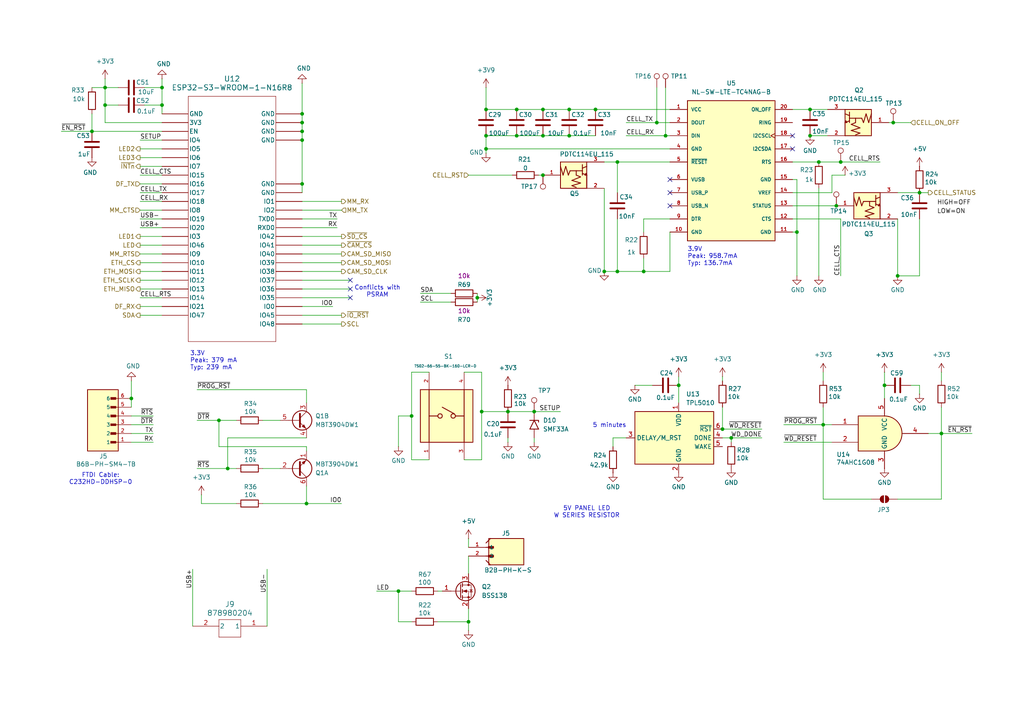
<source format=kicad_sch>
(kicad_sch (version 20250114) (generator "eeschema") (generator_version "9.0")
  (paper "A4")
  (text "3.3V\nPeak: 379 mA\nTyp: 239 mA" (at 55.118 104.648 0) (effects (font (size 1.27 1.27)) (justify left)))
  (text "3.9V\nPeak: 958.7mA \nTyp: 136.7mA" (at 199.39 74.422 0) (effects (font (size 1.27 1.27)) (justify left)))
  (text "5V PANEL LED\nW SERIES RESISTOR" (at 170.18 148.59 0) (effects (font (size 1.27 1.27))))
  (text " FTDI Cable:\n C232HD-DDHSP-0" (at 28.702 138.938 0) (effects (font (size 1.27 1.27))))
  (text "5 minutes" (at 176.784 123.444 0) (effects (font (size 1.27 1.27))))
  (text "Conflicts with\nPSRAM\n" (at 109.474 84.582 0) (effects (font (size 1.27 1.27))))
  (junction (at 30.48 30.48))
  (junction (at 186.69 78.74))
  (junction (at 138.43 86.36))
  (junction (at 179.07 78.74))
  (junction (at 38.1 115.57))
  (junction (at 88.9 146.05))
  (junction (at 139.7 119.38))
  (junction (at 260.35 80.01))
  (junction (at 273.05 125.73))
  (junction (at 193.04 39.37))
  (junction (at 190.5 35.56))
  (junction (at 157.48 39.37))
  (junction (at 87.63 40.64))
  (junction (at 115.57 171.45))
  (junction (at 209.55 124.46))
  (junction (at 140.97 39.37))
  (junction (at 231.14 67.31))
  (junction (at 30.48 25.4))
  (junction (at 243.84 46.99))
  (junction (at 149.86 31.75))
  (junction (at 87.63 33.02))
  (junction (at 266.7 55.88))
  (junction (at 259.08 35.56))
  (junction (at 196.85 111.76))
  (junction (at 175.26 78.74))
  (junction (at 119.38 120.65))
  (junction (at 234.95 39.37))
  (junction (at 26.67 38.1))
  (junction (at 46.99 30.48))
  (junction (at 147.32 119.38))
  (junction (at 165.1 39.37))
  (junction (at 242.57 59.69))
  (junction (at 165.1 31.75))
  (junction (at 234.95 31.75))
  (junction (at 87.63 35.56))
  (junction (at 46.99 25.4))
  (junction (at 212.09 127))
  (junction (at 140.97 31.75))
  (junction (at 238.76 123.19))
  (junction (at 66.04 135.89))
  (junction (at 135.89 180.34))
  (junction (at 157.48 31.75))
  (junction (at 140.97 43.18))
  (junction (at 154.94 119.38))
  (junction (at 157.48 50.8))
  (junction (at 87.63 38.1))
  (junction (at 237.49 46.99))
  (junction (at 179.07 46.99))
  (junction (at 63.5 121.92))
  (junction (at 172.72 31.75))
  (junction (at 87.63 53.34))
  (junction (at 256.54 111.76))
  (junction (at 149.86 39.37))
  (no_connect (at 194.31 52.07))
  (no_connect (at 194.31 55.88))
  (no_connect (at 229.87 39.37))
  (no_connect (at 101.6 83.82))
  (no_connect (at 229.87 43.18))
  (no_connect (at 101.6 86.36))
  (no_connect (at 101.6 81.28))
  (no_connect (at 194.31 59.69))
  (wire (pts (xy 238.76 123.19) (xy 238.76 144.78)))
  (wire (pts (xy 124.46 107.95) (xy 119.38 107.95)))
  (wire (pts (xy 194.31 67.31) (xy 194.31 78.74)))
  (wire (pts (xy 119.38 107.95) (xy 119.38 120.65)))
  (wire (pts (xy 147.32 119.38) (xy 154.94 119.38)))
  (wire (pts (xy 266.7 63.5) (xy 266.7 80.01)))
  (wire (pts (xy 88.9 129.54) (xy 88.9 130.81)))
  (wire (pts (xy 58.42 146.05) (xy 68.58 146.05)))
  (wire (pts (xy 87.63 40.64) (xy 87.63 53.34)))
  (wire (pts (xy 196.85 111.76) (xy 196.85 116.84)))
  (wire (pts (xy 40.64 43.18) (xy 46.99 43.18)))
  (wire (pts (xy 26.67 25.4) (xy 30.48 25.4)))
  (wire (pts (xy 40.64 88.9) (xy 46.99 88.9)))
  (wire (pts (xy 87.63 24.13) (xy 87.63 33.02)))
  (wire (pts (xy 121.92 85.09) (xy 130.81 85.09)))
  (wire (pts (xy 119.38 180.34) (xy 115.57 180.34)))
  (wire (pts (xy 38.1 120.65) (xy 44.45 120.65)))
  (wire (pts (xy 87.63 86.36) (xy 101.6 86.36)))
  (wire (pts (xy 115.57 171.45) (xy 119.38 171.45)))
  (wire (pts (xy 190.5 35.56) (xy 194.31 35.56)))
  (wire (pts (xy 209.55 109.22) (xy 209.55 110.49)))
  (wire (pts (xy 273.05 125.73) (xy 281.94 125.73)))
  (wire (pts (xy 140.97 31.75) (xy 149.86 31.75)))
  (wire (pts (xy 138.43 87.63) (xy 138.43 86.36)))
  (wire (pts (xy 234.95 39.37) (xy 240.03 39.37)))
  (wire (pts (xy 40.64 48.26) (xy 46.99 48.26)))
  (wire (pts (xy 186.69 74.93) (xy 186.69 78.74)))
  (wire (pts (xy 238.76 144.78) (xy 252.73 144.78)))
  (wire (pts (xy 241.3 50.8) (xy 241.3 55.88)))
  (wire (pts (xy 63.5 129.54) (xy 63.5 121.92)))
  (wire (pts (xy 40.64 60.96) (xy 46.99 60.96)))
  (wire (pts (xy 209.55 118.11) (xy 209.55 124.46)))
  (wire (pts (xy 243.84 80.01) (xy 243.84 63.5)))
  (wire (pts (xy 40.64 40.64) (xy 46.99 40.64)))
  (wire (pts (xy 243.84 63.5) (xy 229.87 63.5)))
  (wire (pts (xy 40.64 55.88) (xy 46.99 55.88)))
  (wire (pts (xy 227.33 128.27) (xy 241.3 128.27)))
  (wire (pts (xy 87.63 81.28) (xy 101.6 81.28)))
  (wire (pts (xy 186.69 63.5) (xy 194.31 63.5)))
  (wire (pts (xy 88.9 129.54) (xy 63.5 129.54)))
  (wire (pts (xy 186.69 67.31) (xy 186.69 63.5)))
  (wire (pts (xy 135.89 180.34) (xy 135.89 182.88)))
  (wire (pts (xy 273.05 107.95) (xy 273.05 110.49)))
  (wire (pts (xy 17.78 38.1) (xy 26.67 38.1)))
  (wire (pts (xy 134.62 133.35) (xy 139.7 133.35)))
  (wire (pts (xy 139.7 119.38) (xy 147.32 119.38)))
  (wire (pts (xy 256.54 111.76) (xy 256.54 115.57)))
  (wire (pts (xy 243.84 46.99) (xy 255.27 46.99)))
  (wire (pts (xy 77.47 165.1) (xy 77.47 181.61)))
  (wire (pts (xy 260.35 144.78) (xy 273.05 144.78)))
  (wire (pts (xy 38.1 128.27) (xy 44.45 128.27)))
  (wire (pts (xy 140.97 44.45) (xy 140.97 43.18)))
  (wire (pts (xy 87.63 53.34) (xy 87.63 55.88)))
  (wire (pts (xy 229.87 52.07) (xy 231.14 52.07)))
  (wire (pts (xy 157.48 31.75) (xy 165.1 31.75)))
  (wire (pts (xy 87.63 91.44) (xy 99.06 91.44)))
  (wire (pts (xy 190.5 25.4) (xy 190.5 35.56)))
  (wire (pts (xy 264.16 35.56) (xy 259.08 35.56)))
  (wire (pts (xy 99.06 73.66) (xy 87.63 73.66)))
  (wire (pts (xy 58.42 143.51) (xy 58.42 146.05)))
  (wire (pts (xy 157.48 39.37) (xy 165.1 39.37)))
  (wire (pts (xy 87.63 33.02) (xy 87.63 35.56)))
  (wire (pts (xy 273.05 144.78) (xy 273.05 125.73)))
  (wire (pts (xy 38.1 125.73) (xy 44.45 125.73)))
  (wire (pts (xy 87.63 68.58) (xy 99.06 68.58)))
  (wire (pts (xy 140.97 43.18) (xy 140.97 39.37)))
  (wire (pts (xy 76.2 135.89) (xy 81.28 135.89)))
  (wire (pts (xy 76.2 121.92) (xy 81.28 121.92)))
  (wire (pts (xy 97.79 66.04) (xy 87.63 66.04)))
  (wire (pts (xy 57.15 121.92) (xy 63.5 121.92)))
  (wire (pts (xy 245.11 50.8) (xy 241.3 50.8)))
  (wire (pts (xy 181.61 35.56) (xy 190.5 35.56)))
  (wire (pts (xy 115.57 180.34) (xy 115.57 171.45)))
  (wire (pts (xy 40.64 71.12) (xy 46.99 71.12)))
  (wire (pts (xy 38.1 115.57) (xy 38.1 118.11)))
  (wire (pts (xy 57.15 135.89) (xy 66.04 135.89)))
  (wire (pts (xy 40.64 86.36) (xy 46.99 86.36)))
  (wire (pts (xy 87.63 88.9) (xy 96.52 88.9)))
  (wire (pts (xy 30.48 22.86) (xy 30.48 25.4)))
  (wire (pts (xy 38.1 110.49) (xy 38.1 115.57)))
  (wire (pts (xy 179.07 63.5) (xy 179.07 78.74)))
  (wire (pts (xy 177.8 127) (xy 181.61 127)))
  (wire (pts (xy 212.09 127) (xy 220.98 127)))
  (wire (pts (xy 140.97 25.4) (xy 140.97 31.75)))
  (wire (pts (xy 181.61 39.37) (xy 193.04 39.37)))
  (wire (pts (xy 209.55 127) (xy 212.09 127)))
  (wire (pts (xy 196.85 109.22) (xy 196.85 111.76)))
  (wire (pts (xy 40.64 83.82) (xy 46.99 83.82)))
  (wire (pts (xy 88.9 146.05) (xy 99.06 146.05)))
  (wire (pts (xy 231.14 67.31) (xy 231.14 80.01)))
  (wire (pts (xy 260.35 63.5) (xy 260.35 80.01)))
  (wire (pts (xy 231.14 52.07) (xy 231.14 67.31)))
  (wire (pts (xy 40.64 45.72) (xy 46.99 45.72)))
  (wire (pts (xy 88.9 127) (xy 66.04 127)))
  (wire (pts (xy 259.08 35.56) (xy 257.81 35.56)))
  (wire (pts (xy 149.86 31.75) (xy 157.48 31.75)))
  (wire (pts (xy 149.86 39.37) (xy 157.48 39.37)))
  (wire (pts (xy 237.49 54.61) (xy 237.49 80.01)))
  (wire (pts (xy 194.31 78.74) (xy 186.69 78.74)))
  (wire (pts (xy 40.64 58.42) (xy 46.99 58.42)))
  (wire (pts (xy 156.21 50.8) (xy 157.48 50.8)))
  (wire (pts (xy 127 180.34) (xy 135.89 180.34)))
  (wire (pts (xy 212.09 128.27) (xy 212.09 127)))
  (wire (pts (xy 135.89 156.21) (xy 135.89 158.75)))
  (wire (pts (xy 55.88 165.1) (xy 55.88 181.61)))
  (wire (pts (xy 193.04 25.4) (xy 193.04 39.37)))
  (wire (pts (xy 87.63 58.42) (xy 99.06 58.42)))
  (wire (pts (xy 30.48 30.48) (xy 30.48 35.56)))
  (wire (pts (xy 229.87 46.99) (xy 237.49 46.99)))
  (wire (pts (xy 88.9 116.84) (xy 88.9 113.03)))
  (wire (pts (xy 175.26 46.99) (xy 179.07 46.99)))
  (wire (pts (xy 273.05 125.73) (xy 269.24 125.73)))
  (wire (pts (xy 193.04 39.37) (xy 194.31 39.37)))
  (wire (pts (xy 38.1 123.19) (xy 44.45 123.19)))
  (wire (pts (xy 121.92 87.63) (xy 130.81 87.63)))
  (wire (pts (xy 139.7 107.95) (xy 139.7 119.38)))
  (wire (pts (xy 238.76 118.11) (xy 238.76 123.19)))
  (wire (pts (xy 40.64 66.04) (xy 46.99 66.04)))
  (wire (pts (xy 172.72 31.75) (xy 194.31 31.75)))
  (wire (pts (xy 46.99 25.4) (xy 46.99 30.48)))
  (wire (pts (xy 115.57 120.65) (xy 115.57 129.54)))
  (wire (pts (xy 177.8 129.54) (xy 177.8 127)))
  (wire (pts (xy 30.48 25.4) (xy 34.29 25.4)))
  (wire (pts (xy 87.63 38.1) (xy 87.63 40.64)))
  (wire (pts (xy 119.38 133.35) (xy 124.46 133.35)))
  (wire (pts (xy 154.94 128.27) (xy 154.94 127)))
  (wire (pts (xy 266.7 55.88) (xy 269.24 55.88)))
  (wire (pts (xy 234.95 31.75) (xy 240.03 31.75)))
  (wire (pts (xy 87.63 83.82) (xy 101.6 83.82)))
  (wire (pts (xy 184.15 111.76) (xy 189.23 111.76)))
  (wire (pts (xy 179.07 78.74) (xy 175.26 78.74)))
  (wire (pts (xy 57.15 113.03) (xy 88.9 113.03)))
  (wire (pts (xy 99.06 93.98) (xy 87.63 93.98)))
  (wire (pts (xy 266.7 111.76) (xy 264.16 111.76)))
  (wire (pts (xy 238.76 123.19) (xy 241.3 123.19)))
  (wire (pts (xy 119.38 133.35) (xy 119.38 120.65)))
  (wire (pts (xy 227.33 123.19) (xy 238.76 123.19)))
  (wire (pts (xy 238.76 107.95) (xy 238.76 110.49)))
  (wire (pts (xy 63.5 121.92) (xy 68.58 121.92)))
  (wire (pts (xy 186.69 78.74) (xy 179.07 78.74)))
  (wire (pts (xy 266.7 80.01) (xy 260.35 80.01)))
  (wire (pts (xy 46.99 30.48) (xy 46.99 33.02)))
  (wire (pts (xy 30.48 30.48) (xy 34.29 30.48)))
  (wire (pts (xy 147.32 128.27) (xy 147.32 127)))
  (wire (pts (xy 179.07 55.88) (xy 179.07 46.99)))
  (wire (pts (xy 229.87 31.75) (xy 234.95 31.75)))
  (wire (pts (xy 138.43 86.36) (xy 138.43 85.09)))
  (wire (pts (xy 165.1 39.37) (xy 172.72 39.37)))
  (wire (pts (xy 134.62 107.95) (xy 139.7 107.95)))
  (wire (pts (xy 260.35 55.88) (xy 266.7 55.88)))
  (wire (pts (xy 140.97 39.37) (xy 149.86 39.37)))
  (wire (pts (xy 231.14 67.31) (xy 229.87 67.31)))
  (wire (pts (xy 165.1 31.75) (xy 172.72 31.75)))
  (wire (pts (xy 241.3 55.88) (xy 229.87 55.88)))
  (wire (pts (xy 40.64 68.58) (xy 46.99 68.58)))
  (wire (pts (xy 175.26 54.61) (xy 175.26 78.74)))
  (wire (pts (xy 237.49 46.99) (xy 243.84 46.99)))
  (wire (pts (xy 46.99 22.86) (xy 46.99 25.4)))
  (wire (pts (xy 127 171.45) (xy 128.27 171.45)))
  (wire (pts (xy 119.38 120.65) (xy 115.57 120.65)))
  (wire (pts (xy 154.94 119.38) (xy 162.56 119.38)))
  (wire (pts (xy 266.7 114.3) (xy 266.7 111.76)))
  (wire (pts (xy 87.63 76.2) (xy 99.06 76.2)))
  (wire (pts (xy 41.91 25.4) (xy 46.99 25.4)))
  (wire (pts (xy 46.99 38.1) (xy 26.67 38.1)))
  (wire (pts (xy 99.06 60.96) (xy 87.63 60.96)))
  (wire (pts (xy 30.48 25.4) (xy 30.48 30.48)))
  (wire (pts (xy 135.89 50.8) (xy 148.59 50.8)))
  (wire (pts (xy 40.64 53.34) (xy 46.99 53.34)))
  (wire (pts (xy 135.89 161.29) (xy 135.89 166.37)))
  (wire (pts (xy 139.7 133.35) (xy 139.7 119.38)))
  (wire (pts (xy 41.91 30.48) (xy 46.99 30.48)))
  (wire (pts (xy 179.07 46.99) (xy 194.31 46.99)))
  (wire (pts (xy 40.64 91.44) (xy 46.99 91.44)))
  (wire (pts (xy 209.55 124.46) (xy 220.98 124.46)))
  (wire (pts (xy 256.54 107.95) (xy 256.54 111.76)))
  (wire (pts (xy 40.64 73.66) (xy 46.99 73.66)))
  (wire (pts (xy 229.87 59.69) (xy 242.57 59.69)))
  (wire (pts (xy 68.58 135.89) (xy 66.04 135.89)))
  (wire (pts (xy 97.79 63.5) (xy 87.63 63.5)))
  (wire (pts (xy 135.89 176.53) (xy 135.89 180.34)))
  (wire (pts (xy 87.63 35.56) (xy 87.63 38.1)))
  (wire (pts (xy 140.97 43.18) (xy 194.31 43.18)))
  (wire (pts (xy 40.64 81.28) (xy 46.99 81.28)))
  (wire (pts (xy 273.05 118.11) (xy 273.05 125.73)))
  (wire (pts (xy 109.22 171.45) (xy 115.57 171.45)))
  (wire (pts (xy 66.04 127) (xy 66.04 135.89)))
  (wire (pts (xy 40.64 76.2) (xy 46.99 76.2)))
  (wire (pts (xy 26.67 33.02) (xy 26.67 38.1)))
  (wire (pts (xy 40.64 50.8) (xy 46.99 50.8)))
  (wire (pts (xy 40.64 78.74) (xy 46.99 78.74)))
  (wire (pts (xy 76.2 146.05) (xy 88.9 146.05)))
  (wire (pts (xy 88.9 146.05) (xy 88.9 140.97)))
  (wire (pts (xy 87.63 78.74) (xy 99.06 78.74)))
  (wire (pts (xy 30.48 35.56) (xy 46.99 35.56)))
  (wire (pts (xy 99.06 71.12) (xy 87.63 71.12)))
  (wire (pts (xy 40.64 63.5) (xy 46.99 63.5)))
  (label "WD_DONE" (at 220.98 127 180))
  (label "IO0" (at 99.06 146.05 180))
  (label "~{DTR}" (at 57.15 121.92 0))
  (label "USB-" (at 40.64 63.5 0))
  (label "SETUP" (at 40.64 40.64 0))
  (label "CELL_RX" (at 181.61 39.37 0))
  (label "~{WD_RESET}" (at 220.98 124.46 180))
  (label "TX" (at 44.45 125.73 180))
  (label "SETUP" (at 162.56 119.38 180))
  (label "IO0" (at 96.52 88.9 180))
  (label "SCL" (at 121.92 87.63 0))
  (label "CELL_CTS" (at 243.84 80.01 90))
  (label "CELL_TX" (at 181.61 35.56 0))
  (label "CELL_RX" (at 40.64 58.42 0))
  (label "~{EN_RST}" (at 17.78 38.1 0))
  (label "CELL_CTS" (at 40.64 50.8 0))
  (label "USB-" (at 77.47 166.37 270))
  (label "USB+" (at 40.64 66.04 0))
  (label "LOW=ON" (at 271.78 62.23 0))
  (label "~{WD_RESET}" (at 227.33 128.27 0))
  (label "~{DTR}" (at 44.45 123.19 180))
  (label "~{PROG_RST}" (at 57.15 113.03 0))
  (label "~{RTS}" (at 44.45 120.65 180))
  (label "USB+" (at 55.88 165.1 270))
  (label "~{PROG_RST}" (at 227.33 123.19 0))
  (label "CELL_RTS" (at 255.27 46.99 180))
  (label "RX" (at 97.79 66.04 180))
  (label "SDA" (at 121.92 85.09 0))
  (label "HIGH=OFF" (at 271.78 59.69 0))
  (label "~{EN_RST}" (at 281.94 125.73 180))
  (label "~{RTS}" (at 57.15 135.89 0))
  (label "LED" (at 109.22 171.45 0))
  (label "CELL_TX" (at 40.64 55.88 0))
  (label "TX" (at 97.79 63.5 180))
  (label "CELL_RTS" (at 40.64 86.36 0))
  (label "RX" (at 44.45 128.27 180))
  (hierarchical_label "MM_RTS" (shape input) (at 40.64 73.66 180))
  (hierarchical_label "DF_RX" (shape output) (at 40.64 88.9 180))
  (hierarchical_label "CELL_RST" (shape input) (at 135.89 50.8 180))
  (hierarchical_label "ETH_CS" (shape output) (at 40.64 76.2 180))
  (hierarchical_label "~{INTn}" (shape output) (at 40.64 48.26 180))
  (hierarchical_label "DF_TX" (shape input) (at 40.64 53.34 180))
  (hierarchical_label "LED" (shape output) (at 40.64 71.12 180))
  (hierarchical_label "CAM_SD_MOSI" (shape output) (at 99.06 76.2 0))
  (hierarchical_label "~{SD_CS}" (shape output) (at 99.06 68.58 0))
  (hierarchical_label "MM_CTS" (shape input) (at 40.64 60.96 180))
  (hierarchical_label "~{IO_RST}" (shape output) (at 99.06 91.44 0))
  (hierarchical_label "SCL" (shape output) (at 99.06 93.98 0))
  (hierarchical_label "~{CAM_CS}" (shape output) (at 99.06 71.12 0))
  (hierarchical_label "LED2" (shape output) (at 40.64 43.18 180))
  (hierarchical_label "MM_RX" (shape output) (at 99.06 58.42 0))
  (hierarchical_label "SDA" (shape output) (at 40.64 91.44 180))
  (hierarchical_label "MM_TX" (shape input) (at 99.06 60.96 0))
  (hierarchical_label "LED3" (shape output) (at 40.64 45.72 180))
  (hierarchical_label "ETH_MOSI" (shape output) (at 40.64 78.74 180))
  (hierarchical_label "LED1" (shape output) (at 40.64 68.58 180))
  (hierarchical_label "ETH_SCLK" (shape output) (at 40.64 81.28 180))
  (hierarchical_label "CAM_SD_CLK" (shape output) (at 99.06 78.74 0))
  (hierarchical_label "CAM_SD_MISO" (shape output) (at 99.06 73.66 0))
  (hierarchical_label "CELL_ON_OFF" (shape input) (at 264.16 35.56 0))
  (hierarchical_label "CELL_STATUS" (shape output) (at 269.24 55.88 0))
  (hierarchical_label "ETH_MISO" (shape output) (at 40.64 83.82 180))
  (symbol (lib_id "power:+3V3") (at 196.85 109.22 0) (unit 1)
    (property "Reference" "#PWR044" (effects (hide yes)))
    (property "Value" "+3V3" (at 196.85 104.14 0))
    (property "Description" "Power symbol creates a global label with name \"+3V3\"" (effects (hide yes)))
  )
  (symbol (lib_id "Device:R") (at 209.55 114.3 0) (unit 1)
    (property "Reference" "R27" (at 213.106 112.776 0))
    (property "Value" "10k" (at 212.852 115.062 0))
    (property "Footprint" "Resistor_SMD:R_0603_1608Metric" (effects (hide yes)))
    (property "Description" "Resistor" (effects (hide yes)))
  )
  (symbol (lib_id "Device:C") (at 26.67 41.91 180) (unit 1)
    (property "Reference" "C57" (at 24.13 39.37 0))
    (property "Value" "1uF" (at 24.384 44.704 0))
    (property "Footprint" "Capacitor_SMD:C_0603_1608Metric" (effects (hide yes)))
    (property "Description" "Unpolarized capacitor" (effects (hide yes)))
    (instances (project "HydroficientPcbV1" (path "" (reference "C53") (unit 1))) (project "HydroficientPcbV1" (path "" (reference "C57") (unit 1))))
  )
  (symbol (lib_id "Connector:TestPoint") (at 154.94 119.38 0) (unit 1)
    (property "Reference" "TP7" (at 159.766 113.284 0) (effects (justify right)))
    (property "Value" "TestPoint" (effects (hide yes)))
    (property "Footprint" "TestPoint:TestPoint_Pad_D2.0mm" (effects (hide yes)))
    (property "Description" "test point" (effects (hide yes)))
  )
  (symbol (lib_id "power:GND") (at 140.97 44.45 0) (unit 1)
    (property "Reference" "#PWR0101" (effects (hide yes)))
    (property "Value" "GND" (at 138.176 44.196 0))
    (property "Description" "Power symbol creates a global label with name \"GND\" , ground" (effects (hide yes)))
    (instances (project "HydroficientPcbV1" (path "" (reference "#PWR0135") (unit 1))) (project "HydroficientPcbV1" (path "" (reference "#PWR0101") (unit 1))))
  )
  (symbol (lib_id "power:GND") (at 38.1 110.49 180) (unit 1)
    (property "Reference" "#PWR092" (effects (hide yes)))
    (property "Value" "GND" (at 38.608 106.172 0))
    (property "Description" "Power symbol creates a global label with name \"GND\" , ground" (effects (hide yes)))
    (instances (project "HydroficientPcbV1" (path "" (reference "#PWR099") (unit 1))) (project "HydroficientPcbV1" (path "" (reference "#PWR092") (unit 1))))
  )
  (symbol (lib_id "power:+3V3") (at 256.54 107.95 0) (unit 1)
    (property "Reference" "#PWR0117" (effects (hide yes)))
    (property "Value" "+3V3" (at 256.54 102.87 0))
    (property "Description" "Power symbol creates a global label with name \"+3V3\"" (effects (hide yes)))
    (instances (project "HydroficientPcbV1" (path "" (reference "#PWR0120") (unit 1))) (project "HydroficientPcbV1" (path "" (reference "#PWR0117") (unit 1))))
  )
  (symbol (lib_id "Device:C") (at 157.48 35.56 0) (unit 1)
    (property "Reference" "C65" (at 160.02 33.274 0))
    (property "Value" "10uF" (at 161.29 38.608 0))
    (property "Footprint" "Capacitor_SMD:C_0805_2012Metric" (effects (hide yes)))
    (property "Description" "Unpolarized capacitor" (effects (hide yes)))
    (instances (project "HydroficientPcbV1" (path "" (reference "C31") (unit 1))) (project "HydroficientPcbV1" (path "" (reference "C65") (unit 1))))
  )
  (symbol (lib_id "power:GND") (at 212.09 135.89 0) (unit 1)
    (property "Reference" "#PWR0111" (effects (hide yes)))
    (property "Value" "GND" (at 212.09 139.954 0))
    (property "Description" "Power symbol creates a global label with name \"GND\" , ground" (effects (hide yes)))
  )
  (symbol (lib_id "TS02-66-55-BK-160-LCR-D:TS02-66-55-BK-160-LCR-D") (at 129.54 120.65 90) (unit 1)
    (property "Reference" "S1" (at 128.778 103.378 90) (effects (justify right)))
    (property "Value" "TS02-66-55-BK-160-LCR-D" (at 120.142 106.172 90) (effects (font (size 0.762 0.762)) (justify right)))
    (property "Footprint" "TS02-66-55-BK-160-LCR-D:SW_TS02-66-55-BK-160-LCR-D" (effects (hide yes)))
    (property "PARTREV" "1.0" (effects (hide yes)))
    (property "MANUFACTURER" "CUI Devices" (effects (hide yes)))
    (property "STANDARD" "Manufacturer Recommendations" (effects (hide yes)))
  )
  (symbol (lib_id "Device:R") (at 147.32 115.57 0) (unit 1)
    (property "Reference" "R23" (at 150.876 115.062 0))
    (property "Value" "10k" (at 150.876 117.094 0))
    (property "Footprint" "Resistor_SMD:R_0603_1608Metric" (effects (hide yes)))
    (property "Description" "Resistor" (effects (hide yes)))
  )
  (symbol (lib_id "Device:R") (at 238.76 114.3 0) (unit 1)
    (property "Reference" "R78" (at 242.316 112.776 0))
    (property "Value" "10k" (at 242.062 115.062 0))
    (property "Footprint" "Resistor_SMD:R_0603_1608Metric" (effects (hide yes)))
    (property "Description" "Resistor" (effects (hide yes)))
    (instances (project "HydroficientPcbV1" (path "" (reference "R53") (unit 1))) (project "HydroficientPcbV1" (path "" (reference "R78") (unit 1))))
  )
  (symbol (lib_id "power:GND") (at 260.35 80.01 0) (unit 1)
    (property "Reference" "#PWR0119" (effects (hide yes)))
    (property "Value" "GND" (at 260.35 84.074 0))
    (property "Description" "Power symbol creates a global label with name \"GND\" , ground" (effects (hide yes)))
    (instances (project "HydroficientPcbV1" (path "" (reference "#PWR058") (unit 1))) (project "HydroficientPcbV1" (path "" (reference "#PWR0119") (unit 1))))
  )
  (symbol (lib_id "B6B-PH-SM4-TB:B6B-PH-SM4-TB") (at 30.48 123.19 180) (unit 1)
    (property "Reference" "J3" (at 29.972 132.334 0))
    (property "Value" "B6B-PH-SM4-TB" (at 30.734 134.62 0))
    (property "Footprint" "B6B-PH-SM4-TB:JST_B6B-PH-SM4-TB" (effects (hide yes)))
    (property "PARTREV" "N/A" (effects (hide yes)))
    (property "MANUFACTURER" "JST" (effects (hide yes)))
    (property "MAXIMUM_PACKAGE_HEIGHT" "6.6mm" (effects (hide yes)))
    (property "STANDARD" "Manufacturer Recommendations" (effects (hide yes)))
    (instances (project "" (path "" (reference "J5") (unit 1))) (project "" (path "" (reference "J3") (unit 1))))
  )
  (symbol (lib_id "power:+3V3") (at 58.42 143.51 0) (unit 1)
    (property "Reference" "#PWR094" (effects (hide yes)))
    (property "Value" "+3V3" (at 58.42 138.43 0))
    (property "Description" "Power symbol creates a global label with name \"+3V3\"" (effects (hide yes)))
    (instances (project "HydroficientPcbV1" (path "" (reference "#PWR084") (unit 1))) (project "HydroficientPcbV1" (path "" (reference "#PWR094") (unit 1))))
  )
  (symbol (lib_id "power:GND") (at 175.26 78.74 0) (unit 1)
    (property "Reference" "#PWR0105" (effects (hide yes)))
    (property "Value" "GND" (at 172.466 78.486 0))
    (property "Description" "Power symbol creates a global label with name \"GND\" , ground" (effects (hide yes)))
    (instances (project "HydroficientPcbV1" (path "" (reference "#PWR055") (unit 1))) (project "HydroficientPcbV1" (path "" (reference "#PWR0105") (unit 1))))
  )
  (symbol (lib_id "Device:R") (at 273.05 114.3 0) (unit 1)
    (property "Reference" "R80" (at 276.606 112.776 0))
    (property "Value" "10k" (at 276.352 115.062 0))
    (property "Footprint" "Resistor_SMD:R_0603_1608Metric" (effects (hide yes)))
    (property "Description" "Resistor" (effects (hide yes)))
    (instances (project "HydroficientPcbV1" (path "" (reference "R52") (unit 1))) (project "HydroficientPcbV1" (path "" (reference "R80") (unit 1))))
  )
  (symbol (lib_id "Device:R") (at 152.4 50.8 270) (unit 1)
    (property "Reference" "R72" (at 152.146 46.228 90))
    (property "Value" "0" (at 152.4 48.768 90))
    (property "Footprint" "Resistor_SMD:R_0603_1608Metric" (effects (hide yes)))
    (property "Description" "Resistor" (effects (hide yes)))
    (instances (project "HydroficientPcbV1" (path "" (reference "R21") (unit 1))) (project "HydroficientPcbV1" (path "" (reference "R72") (unit 1))))
  )
  (symbol (lib_id "Device:C") (at 140.97 35.56 0) (unit 1)
    (property "Reference" "C62" (at 143.51 33.274 0))
    (property "Value" "100uF" (at 144.78 38.608 0))
    (property "Footprint" "T495X107M025ATE150:CAPMP7.6X4.3_4.3N_KEM" (effects (hide yes)))
    (property "Description" "Unpolarized capacitor" (effects (hide yes)))
    (instances (project "HydroficientPcbV1" (path "" (reference "C29") (unit 1))) (project "HydroficientPcbV1" (path "" (reference "C62") (unit 1))))
  )
  (symbol (lib_id "Device:R") (at 123.19 180.34 90) (unit 1)
    (property "Reference" "R22" (at 123.19 175.514 90))
    (property "Value" "10k" (at 123.19 177.8 90))
    (property "Footprint" "Resistor_SMD:R_0603_1608Metric" (effects (hide yes)))
    (property "Description" "Resistor" (effects (hide yes)))
  )
  (symbol (lib_id "Device:C") (at 38.1 30.48 90) (unit 1)
    (property "Reference" "C61" (at 41.402 29.21 90))
    (property "Value" "0.1uF" (at 42.418 32.258 90))
    (property "Footprint" "Capacitor_SMD:C_0603_1608Metric" (effects (hide yes)))
    (property "Description" "Unpolarized capacitor" (effects (hide yes)))
    (instances (project "HydroficientPcbV1" (path "" (reference "C52") (unit 1))) (project "HydroficientPcbV1" (path "" (reference "C61") (unit 1))))
  )
  (symbol (lib_id "Device:R") (at 72.39 135.89 90) (unit 1)
    (property "Reference" "R63" (at 72.644 131.064 90))
    (property "Value" "10k" (at 72.644 133.35 90))
    (property "Footprint" "Resistor_SMD:R_0603_1608Metric" (effects (hide yes)))
    (property "Description" "Resistor" (effects (hide yes)))
    (instances (project "HydroficientPcbV1" (path "" (reference "R35") (unit 1))) (project "HydroficientPcbV1" (path "" (reference "R63") (unit 1))))
  )
  (symbol (lib_id "Device:R") (at 186.69 71.12 0) (unit 1)
    (property "Reference" "R74" (at 183.134 69.596 0))
    (property "Value" "1k" (at 183.134 73.152 0))
    (property "Footprint" "Resistor_SMD:R_0603_1608Metric" (effects (hide yes)))
    (property "Description" "Resistor" (effects (hide yes)))
    (instances (project "HydroficientPcbV1" (path "" (reference "R22") (unit 1))) (project "HydroficientPcbV1" (path "" (reference "R74") (unit 1))))
  )
  (symbol (lib_id "Jumper:SolderJumper_2_Open") (at 256.54 144.78 0) (unit 1) (in_bom no)
    (property "Reference" "JP1" (at 256.286 147.828 0))
    (property "Value" "SolderJumper_2_Open" (effects (hide yes)))
    (property "Footprint" "Jumper:SolderJumper-2_P1.3mm_Open_Pad1.0x1.5mm" (effects (hide yes)))
    (property "Description" "Solder Jumper, 2-pole, open" (effects (hide yes)))
    (instances (project "" (path "" (reference "JP3") (unit 1))) (project "" (path "" (reference "JP1") (unit 1))))
  )
  (symbol (lib_id "Nimblelink:NL-SW-LTE-QBG96") (at 212.09 49.53 0) (unit 1)
    (property "Reference" "U14" (at 212.09 24.13 0))
    (property "Value" "NL-SW-LTE-TC4NAG-B" (at 212.09 26.67 0))
    (property "Footprint" "Nimblelink:MODULE_NL-SW-LTE-QBG96" (effects (hide yes)))
    (property "MF" "NimbeLink, LLC" (effects (hide yes)))
    (property "MAXIMUM_PACKAGE_HEIGHT" "6.858 mm" (effects (hide yes)))
    (property "Package" "DIP-20 NimbeLink, LLC" (effects (hide yes)))
    (property "Price" "None" (effects (hide yes)))
    (property "Check_prices" "https://www.snapeda.com/parts/NL-SW-LTE-QBG96/NimbeLink/view-part/?ref=eda" (effects (hide yes)))
    (property "STANDARD" "Manufacturer Recommendations" (effects (hide yes)))
    (property "PARTREV" "16" (effects (hide yes)))
    (property "SnapEDA_Link" "https://www.snapeda.com/parts/NL-SW-LTE-QBG96/NimbeLink/view-part/?ref=snap" (effects (hide yes)))
    (property "MP" "NL-SW-LTE-QBG96" (effects (hide yes)))
    (property "Description_1" "Cellular, Navigation 4G LTE CAT M1/NB-IoT (Global), 2G Fallback Transceiver Module 700MHz, 850MHz, 900MHz, 1.7GHz, 1.8GHz, 1.9GHz, 2.1GHz Antenna Not Included, U.FL Through Hole" (effects (hide yes)))
    (property "Availability" "Not in stock" (effects (hide yes)))
    (property "MANUFACTURER" "NimbeLink Corp" (effects (hide yes)))
    (instances (project "HydroficientPcbV1" (path "" (reference "U5") (unit 1))) (project "HydroficientPcbV1" (path "" (reference "U14") (unit 1))))
  )
  (symbol (lib_id "PDTC114EU_115:PDTC114EU_115") (at 252.73 60.96 0) (unit 1)
    (property "Reference" "Q5" (at 251.968 67.818 0))
    (property "Value" "PDTC114EU_115" (at 251.968 65.024 0))
    (property "Footprint" "PDTC114EU_115:SOT65P210X110-3N" (effects (hide yes)))
    (property "PARTREV" "12" (effects (hide yes)))
    (property "STANDARD" "IPC-7351B" (effects (hide yes)))
    (property "MANUFACTURER" "NEXPERIA" (effects (hide yes)))
    (instances (project "HydroficientPcbV1" (path "" (reference "Q3") (unit 1))) (project "HydroficientPcbV1" (path "" (reference "Q5") (unit 1))))
  )
  (symbol (lib_id "Device:C") (at 260.35 111.76 90) (unit 1)
    (property "Reference" "C71" (at 260.096 108.204 90))
    (property "Value" "0.1uF" (at 260.604 115.824 90))
    (property "Footprint" "Capacitor_SMD:C_0603_1608Metric" (effects (hide yes)))
    (property "Description" "Unpolarized capacitor" (effects (hide yes)))
    (instances (project "HydroficientPcbV1" (path "" (reference "C59") (unit 1))) (project "HydroficientPcbV1" (path "" (reference "C71") (unit 1))))
  )
  (symbol (lib_id "power:GND") (at 196.85 137.16 0) (unit 1)
    (property "Reference" "#PWR045" (effects (hide yes)))
    (property "Value" "GND" (at 196.85 141.224 0))
    (property "Description" "Power symbol creates a global label with name \"GND\" , ground" (effects (hide yes)))
  )
  (symbol (lib_id "B2B-PH-K-S:B2B-PH-K-S") (at 146.05 161.29 0) (unit 1)
    (property "Reference" "J5" (at 145.542 154.686 0) (effects (justify left)))
    (property "Value" "B2B-PH-K-S" (at 140.462 165.354 0) (effects (justify left)))
    (property "Footprint" "B2B-PH-K-S:JST_B2B-PH-K-S" (effects (hide yes)))
    (property "MANUFACTURER" "JST" (effects (hide yes)))
  )
  (symbol (lib_id "power:GND") (at 115.57 129.54 0) (unit 1)
    (property "Reference" "#PWR034" (effects (hide yes)))
    (property "Value" "GND" (at 115.57 133.604 0))
    (property "Description" "Power symbol creates a global label with name \"GND\" , ground" (effects (hide yes)))
  )
  (symbol (lib_id "power:GND") (at 237.49 80.01 0) (unit 1)
    (property "Reference" "#PWR0114" (effects (hide yes)))
    (property "Value" "GND" (at 237.744 84.074 0))
    (property "Description" "Power symbol creates a global label with name \"GND\" , ground" (effects (hide yes)))
    (instances (project "HydroficientPcbV1" (path "" (reference "#PWR060") (unit 1))) (project "HydroficientPcbV1" (path "" (reference "#PWR0114") (unit 1))))
  )
  (symbol (lib_id "Connector:TestPoint") (at 157.48 50.8 180) (unit 1)
    (property "Reference" "TP8" (at 155.956 54.102 0) (effects (justify left)))
    (property "Value" "TestPoint" (effects (hide yes)))
    (property "Footprint" "TestPoint:TestPoint_Pad_D2.0mm" (effects (hide yes)))
    (property "Description" "test point" (effects (hide yes)))
    (instances (project "HydroficientPcbV1" (path "" (reference "TP17") (unit 1))) (project "HydroficientPcbV1" (path "" (reference "TP8") (unit 1))))
  )
  (symbol (lib_id "Timer:TPL5010") (at 196.85 127 0) (unit 1)
    (property "Reference" "U13" (at 198.9933 114.3 0) (effects (justify left)))
    (property "Value" "TPL5010" (at 198.9933 116.84 0) (effects (justify left)))
    (property "Footprint" "Package_TO_SOT_SMD:SOT-23-6" (effects (hide yes)))
    (property "Datasheet" "http://www.ti.com/lit/ds/symlink/tpl5010.pdf" (effects (hide yes)))
    (property "Description" "Timer, Nano Power, Watchdog, 35 nA, 100 ms to 7200 s, VDD 1.8V to 5.5V, Iout max 1mA" (effects (hide yes)))
  )
  (symbol (lib_id "Connector:TestPoint") (at 243.84 46.99 0) (unit 1)
    (property "Reference" "TP12" (at 241.554 41.402 0) (effects (justify left)))
    (property "Value" "TestPoint" (effects (hide yes)))
    (property "Footprint" "TestPoint:TestPoint_Pad_D2.0mm" (effects (hide yes)))
    (property "Description" "test point" (effects (hide yes)))
    (instances (project "HydroficientPcbV1" (path "" (reference "TP15") (unit 1))) (project "HydroficientPcbV1" (path "" (reference "TP12") (unit 1))))
  )
  (symbol (lib_id "power:GND") (at 154.94 128.27 0) (unit 1)
    (property "Reference" "#PWR040" (effects (hide yes)))
    (property "Value" "GND" (at 154.94 132.334 0))
    (property "Description" "Power symbol creates a global label with name \"GND\" , ground" (effects (hide yes)))
  )
  (symbol (lib_id "power:GND") (at 46.99 22.86 180) (unit 1)
    (property "Reference" "#PWR093" (effects (hide yes)))
    (property "Value" "GND" (at 47.498 18.542 0))
    (property "Description" "Power symbol creates a global label with name \"GND\" , ground" (effects (hide yes)))
    (instances (project "HydroficientPcbV1" (path "" (reference "#PWR070") (unit 1))) (project "HydroficientPcbV1" (path "" (reference "#PWR093") (unit 1))))
  )
  (symbol (lib_id "power:+3V3") (at 273.05 107.95 0) (unit 1)
    (property "Reference" "#PWR0122" (effects (hide yes)))
    (property "Value" "+3V3" (at 273.05 102.87 0))
    (property "Description" "Power symbol creates a global label with name \"+3V3\"" (effects (hide yes)))
    (instances (project "" (path "" (reference "#PWR0121") (unit 1))) (project "" (path "" (reference "#PWR0122") (unit 1))))
  )
  (symbol (lib_id "Device:R") (at 26.67 29.21 0) (unit 1)
    (property "Reference" "R59" (at 22.606 26.162 0))
    (property "Value" "10k" (at 22.86 28.702 0))
    (property "Footprint" "Resistor_SMD:R_0603_1608Metric" (effects (hide yes)))
    (property "Description" "Resistor" (effects (hide yes)))
    (instances (project "HydroficientPcbV1" (path "" (reference "R33") (unit 1))) (project "HydroficientPcbV1" (path "" (reference "R59") (unit 1))))
  )
  (symbol (lib_id "power:GND") (at 234.95 39.37 0) (unit 1)
    (property "Reference" "#PWR0113" (effects (hide yes)))
    (property "Value" "GND" (at 234.95 43.688 0))
    (property "Description" "Power symbol creates a global label with name \"GND\" , ground" (effects (hide yes)))
    (instances (project "HydroficientPcbV1" (path "" (reference "#PWR056") (unit 1))) (project "HydroficientPcbV1" (path "" (reference "#PWR0113") (unit 1))))
  )
  (symbol (lib_id "Device:C") (at 193.04 111.76 90) (unit 1)
    (property "Reference" "C24" (at 193.294 108.204 90))
    (property "Value" "0.1uF" (at 193.04 115.316 90))
    (property "Footprint" "Capacitor_SMD:C_0603_1608Metric" (effects (hide yes)))
    (property "Description" "Unpolarized capacitor" (effects (hide yes)))
  )
  (symbol (lib_id "Device:R") (at 72.39 146.05 90) (unit 1)
    (property "Reference" "R64" (at 72.644 141.224 90))
    (property "Value" "10k" (at 72.644 143.51 90))
    (property "Footprint" "Resistor_SMD:R_0603_1608Metric" (effects (hide yes)))
    (property "Description" "Resistor" (effects (hide yes)))
    (instances (project "HydroficientPcbV1" (path "" (reference "R36") (unit 1))) (project "HydroficientPcbV1" (path "" (reference "R64") (unit 1))))
  )
  (symbol (lib_id "Device:R") (at 72.39 121.92 90) (unit 1)
    (property "Reference" "R62" (at 72.644 117.094 90))
    (property "Value" "10k" (at 72.644 119.38 90))
    (property "Footprint" "Resistor_SMD:R_0603_1608Metric" (effects (hide yes)))
    (property "Description" "Resistor" (effects (hide yes)))
    (instances (project "HydroficientPcbV1" (path "" (reference "R34") (unit 1))) (project "HydroficientPcbV1" (path "" (reference "R62") (unit 1))))
  )
  (symbol (lib_id "Device:C") (at 179.07 59.69 0) (unit 1)
    (property "Reference" "C68" (at 181.61 57.15 0))
    (property "Value" "10nF" (at 181.864 62.738 0))
    (property "Footprint" "Capacitor_SMD:C_0603_1608Metric" (effects (hide yes)))
    (property "Description" "Unpolarized capacitor" (effects (hide yes)))
    (instances (project "HydroficientPcbV1" (path "" (reference "C34") (unit 1))) (project "HydroficientPcbV1" (path "" (reference "C68") (unit 1))))
  )
  (symbol (lib_id "power:+3V3") (at 238.76 107.95 0) (unit 1)
    (property "Reference" "#PWR0115" (effects (hide yes)))
    (property "Value" "+3V3" (at 238.76 102.87 0))
    (property "Description" "Power symbol creates a global label with name \"+3V3\"" (effects (hide yes)))
    (instances (project "HydroficientPcbV1" (path "" (reference "#PWR0122") (unit 1))) (project "HydroficientPcbV1" (path "" (reference "#PWR0115") (unit 1))))
  )
  (symbol (lib_id "power:GND") (at 26.67 45.72 0) (unit 1)
    (property "Reference" "#PWR087" (effects (hide yes)))
    (property "Value" "GND" (at 26.162 50.038 0))
    (property "Description" "Power symbol creates a global label with name \"GND\" , ground" (effects (hide yes)))
    (instances (project "HydroficientPcbV1" (path "" (reference "#PWR078") (unit 1))) (project "HydroficientPcbV1" (path "" (reference "#PWR087") (unit 1))))
  )
  (symbol (lib_id "power:GND") (at 135.89 182.88 0) (unit 1)
    (property "Reference" "#PWR099" (effects (hide yes)))
    (property "Value" "GND" (at 135.89 186.944 0))
    (property "Description" "Power symbol creates a global label with name \"GND\" , ground" (effects (hide yes)))
  )
  (symbol (lib_id "00-kiml-resistors-smd:10k_0402_0402WGF1002TCE") (at 134.62 85.09 270) (unit 1)
    (property "Reference" "R69" (at 134.62 82.55 90))
    (property "Value" "10k_0402_0402WGF1002TCE" (effects (hide yes)))
    (property "Footprint" "Resistor_SMD:R_0402_1005Metric" (effects (hide yes)))
    (property "Datasheet" "https://datasheet.lcsc.com/lcsc/2206010100_UNI-ROYAL-Uniroyal-Elec-0402WGF1002TCE_C25744.pdf" (effects (hide yes)))
    (property "Description" "62.5mW Thick Film Resistors 50V ±100ppm/℃ ±1% -55℃~+155℃ 10kΩ 0402" (effects (hide yes)))
    (property "UserValue" "10k" (at 134.62 80.01 90))
    (property "MFR" "UNI-ROYAL" (effects (hide yes)))
    (property "MPN" "0402WGF1002TCE" (effects (hide yes)))
    (property "SPL1" "JLCPCB" (effects (hide yes)))
    (property "SPN1" "C25744" (effects (hide yes)))
    (property "Tolerance" "1%" (effects (hide yes)))
    (property "TCR" "100ppm" (effects (hide yes)))
    (property "Pmax" "62.5mW" (effects (hide yes)))
    (property "LNK1" "https://jlcpcb.com/partdetail/26487-0402WGF1002TCE/C25744" (effects (hide yes)))
    (property "SNB1" "Basic part" (effects (hide yes)))
  )
  (symbol (lib_id "power:+5V") (at 135.89 156.21 0) (unit 1)
    (property "Reference" "#PWR098" (effects (hide yes)))
    (property "Value" "+5V" (at 135.89 151.13 0))
    (property "Description" "Power symbol creates a global label with name \"+5V\"" (effects (hide yes)))
  )
  (symbol (lib_id "power:+5V") (at 266.7 48.26 0) (unit 1)
    (property "Reference" "#PWR0120" (effects (hide yes)))
    (property "Value" "+5V" (at 266.7 43.18 0))
    (property "Description" "Power symbol creates a global label with name \"+5V\"" (effects (hide yes)))
    (instances (project "HydroficientPcbV1" (path "" (reference "#PWR0136") (unit 1))) (project "HydroficientPcbV1" (path "" (reference "#PWR0120") (unit 1))))
  )
  (symbol (lib_id "Device:C") (at 38.1 25.4 90) (unit 1)
    (property "Reference" "C60" (at 41.402 23.876 90))
    (property "Value" "10uF" (at 42.418 26.67 90))
    (property "Footprint" "Capacitor_SMD:C_0805_2012Metric" (effects (hide yes)))
    (property "Description" "Unpolarized capacitor" (effects (hide yes)))
    (instances (project "HydroficientPcbV1" (path "" (reference "C51") (unit 1))) (project "HydroficientPcbV1" (path "" (reference "C60") (unit 1))))
  )
  (symbol (lib_id "00-kiml-resistors-smd:10k_0402_0402WGF1002TCE") (at 134.62 87.63 270) (unit 1)
    (property "Reference" "R70" (at 134.62 92.71 90))
    (property "Value" "10k_0402_0402WGF1002TCE" (effects (hide yes)))
    (property "Footprint" "Resistor_SMD:R_0402_1005Metric" (effects (hide yes)))
    (property "Datasheet" "https://datasheet.lcsc.com/lcsc/2206010100_UNI-ROYAL-Uniroyal-Elec-0402WGF1002TCE_C25744.pdf" (effects (hide yes)))
    (property "Description" "62.5mW Thick Film Resistors 50V ±100ppm/℃ ±1% -55℃~+155℃ 10kΩ 0402" (effects (hide yes)))
    (property "UserValue" "10k" (at 134.62 90.17 90))
    (property "MFR" "UNI-ROYAL" (effects (hide yes)))
    (property "MPN" "0402WGF1002TCE" (effects (hide yes)))
    (property "SPL1" "JLCPCB" (effects (hide yes)))
    (property "SPN1" "C25744" (effects (hide yes)))
    (property "Tolerance" "1%" (effects (hide yes)))
    (property "TCR" "100ppm" (effects (hide yes)))
    (property "Pmax" "62.5mW" (effects (hide yes)))
    (property "LNK1" "https://jlcpcb.com/partdetail/26487-0402WGF1002TCE/C25744" (effects (hide yes)))
    (property "SNB1" "Basic part" (effects (hide yes)))
  )
  (symbol (lib_id "Connector:TestPoint") (at 259.08 35.56 0) (unit 1)
    (property "Reference" "TP13" (at 256.794 29.972 0) (effects (justify left)))
    (property "Value" "TestPoint" (effects (hide yes)))
    (property "Footprint" "TestPoint:TestPoint_Pad_D2.0mm" (effects (hide yes)))
    (property "Description" "test point" (effects (hide yes)))
  )
  (symbol (lib_id "Device:C") (at 147.32 123.19 0) (unit 1)
    (property "Reference" "C20" (at 143.002 122.936 0))
    (property "Value" "0.1uF" (at 143.002 125.984 0))
    (property "Footprint" "Capacitor_SMD:C_0603_1608Metric" (effects (hide yes)))
    (property "Description" "Unpolarized capacitor" (effects (hide yes)))
  )
  (symbol (lib_id "power:+3V3") (at 147.32 111.76 0) (unit 1)
    (property "Reference" "#PWR036" (effects (hide yes)))
    (property "Value" "+3V3" (at 147.32 106.68 0))
    (property "Description" "Power symbol creates a global label with name \"+3V3\"" (effects (hide yes)))
  )
  (symbol (lib_id "87898-0204:878980204") (at 86.36 181.61 180) (unit 1)
    (property "Reference" "J9" (at 66.675 175.26 0) (effects (font (size 1.524 1.524))))
    (property "Value" "878980204" (at 66.675 177.8 0) (effects (font (size 1.524 1.524))))
    (property "Footprint" "87898-0204:87898-0204_MOL" (effects (hide yes)))
    (property "Datasheet" "https://www.molex.com/en-us/products/part-detail-pdf/878980204?display=pdf" (effects (hide yes)))
  )
  (symbol (lib_id "power:GND") (at 147.32 128.27 0) (unit 1)
    (property "Reference" "#PWR039" (effects (hide yes)))
    (property "Value" "GND" (at 147.32 132.334 0))
    (property "Description" "Power symbol creates a global label with name \"GND\" , ground" (effects (hide yes)))
  )
  (symbol (lib_id "power:+3V3") (at 30.48 22.86 0) (unit 1)
    (property "Reference" "#PWR091" (effects (hide yes)))
    (property "Value" "+3V3" (at 30.48 17.78 0))
    (property "Description" "Power symbol creates a global label with name \"+3V3\"" (effects (hide yes)))
    (instances (project "HydroficientPcbV1" (path "" (reference "#PWR072") (unit 1))) (project "HydroficientPcbV1" (path "" (reference "#PWR091") (unit 1))))
  )
  (symbol (lib_id "Transistor_FET:BSS138") (at 133.35 171.45 0) (unit 1)
    (property "Reference" "Q2" (at 139.7 170.1799 0) (effects (justify left)))
    (property "Value" "BSS138" (at 139.7 172.7199 0) (effects (justify left)))
    (property "Footprint" "Package_TO_SOT_SMD:SOT-23" (effects (hide yes)))
    (property "Datasheet" "https://www.onsemi.com/pub/Collateral/BSS138-D.PDF" (effects (hide yes)))
    (property "Description" "50V Vds, 0.22A Id, N-Channel MOSFET, SOT-23" (effects (hide yes)))
  )
  (symbol (lib_id "Transistor_BJT:MBT3904DW1") (at 86.36 121.92 0) (unit 2)
    (property "Reference" "Q1" (at 91.44 120.6499 0) (effects (justify left)))
    (property "Value" "MBT3904DW1" (at 91.44 123.1899 0) (effects (justify left)))
    (property "Footprint" "Package_TO_SOT_SMD:SOT-363_SC-70-6" (effects (hide yes)))
    (property "Datasheet" "http://www.onsemi.com/pub_link/Collateral/MBT3904DW1T1-D.PDF" (effects (hide yes)))
    (property "Description" "200mA IC, 40V Vce, Dual NPN/NPN Transistors, SOT-363" (effects (hide yes)))
  )
  (symbol (lib_id "power:GND") (at 266.7 114.3 0) (unit 1)
    (property "Reference" "#PWR0121" (effects (hide yes)))
    (property "Value" "GND" (at 266.7 118.364 0))
    (property "Description" "Power symbol creates a global label with name \"GND\" , ground" (effects (hide yes)))
    (instances (project "HydroficientPcbV1" (path "" (reference "#PWR0123") (unit 1))) (project "HydroficientPcbV1" (path "" (reference "#PWR0121") (unit 1))))
  )
  (symbol (lib_id "CustomPower:+3V9") (at 140.97 25.4 0) (unit 1)
    (property "Reference" "#PWR0100" (effects (hide yes)))
    (property "Value" "+3V9" (at 140.97 20.32 0))
    (property "Description" "Power symbol creates a global label with name \"+5V\"" (effects (hide yes)))
    (instances (project "HydroficientPcbV1" (path "" (reference "#PWR0138") (unit 1))) (project "HydroficientPcbV1" (path "" (reference "#PWR0100") (unit 1))))
  )
  (symbol (lib_id "Device:R") (at 177.8 133.35 0) (unit 1)
    (property "Reference" "R24" (at 173.99 132.08 0))
    (property "Value" "42.9k" (at 173.736 134.874 0))
    (property "Footprint" "Resistor_SMD:R_0603_1608Metric" (effects (hide yes)))
    (property "Description" "Resistor" (effects (hide yes)))
  )
  (symbol (lib_id "Connector:TestPoint") (at 193.04 25.4 0) (unit 1)
    (property "Reference" "TP10" (at 194.564 22.098 0) (effects (justify left)))
    (property "Value" "TestPoint" (effects (hide yes)))
    (property "Footprint" "TestPoint:TestPoint_Pad_D2.0mm" (effects (hide yes)))
    (property "Description" "test point" (effects (hide yes)))
    (instances (project "HydroficientPcbV1" (path "" (reference "TP11") (unit 1))) (project "HydroficientPcbV1" (path "" (reference "TP10") (unit 1))))
  )
  (symbol (lib_id "Device:R") (at 237.49 50.8 0) (unit 1)
    (property "Reference" "R77" (at 233.934 49.276 0))
    (property "Value" "1k" (at 234.696 52.07 0))
    (property "Footprint" "Resistor_SMD:R_0603_1608Metric" (effects (hide yes)))
    (property "Description" "Resistor" (effects (hide yes)))
    (instances (project "HydroficientPcbV1" (path "" (reference "R23") (unit 1))) (project "HydroficientPcbV1" (path "" (reference "R77") (unit 1))))
  )
  (symbol (lib_name "PDTC114EU_115_2") (lib_id "PDTC114EU_115:PDTC114EU_115") (at 247.65 36.83 0) (mirror y) (unit 1)
    (property "Reference" "Q4" (at 249.174 26.162 0))
    (property "Value" "PDTC114EU_115" (at 248.158 28.702 0))
    (property "Footprint" "PDTC114EU_115:SOT65P210X110-3N" (effects (hide yes)))
    (property "PARTREV" "12" (effects (hide yes)))
    (property "STANDARD" "IPC-7351B" (effects (hide yes)))
    (property "MANUFACTURER" "NEXPERIA" (effects (hide yes)))
    (instances (project "HydroficientPcbV1" (path "" (reference "Q2") (unit 1))) (project "HydroficientPcbV1" (path "" (reference "Q4") (unit 1))))
  )
  (symbol (lib_name "PDTC114EU_115_1") (lib_id "PDTC114EU_115:PDTC114EU_115") (at 167.64 52.07 0) (unit 1)
    (property "Reference" "Q3" (at 166.624 56.134 0))
    (property "Value" "PDTC114EU_115" (at 170.18 44.704 0))
    (property "Footprint" "PDTC114EU_115:SOT65P210X110-3N" (effects (hide yes)))
    (property "PARTREV" "12" (effects (hide yes)))
    (property "STANDARD" "IPC-7351B" (effects (hide yes)))
    (property "MANUFACTURER" "NEXPERIA" (effects (hide yes)))
    (instances (project "HydroficientPcbV1" (path "" (reference "Q5") (unit 1))) (project "HydroficientPcbV1" (path "" (reference "Q3") (unit 1))))
  )
  (symbol (lib_id "ESP32-S3-WROOM-1-N16R8:ESP32-S3-WROOM-1-N16R8") (at 46.99 33.02 0) (unit 1)
    (property "Reference" "U12" (at 67.31 22.86 0) (effects (font (size 1.524 1.524))))
    (property "Value" "ESP32-S3-WROOM-1-N16R8" (at 67.31 25.4 0) (effects (font (size 1.524 1.524))))
    (property "Footprint" "ESP32-S3-WROOM-1-N16R8:ESP32-S3-WROOM-1_EXP" (effects (hide yes)))
    (property "Datasheet" "ESP32-S3-WROOM-1-N16R8" (effects (hide yes)))
  )
  (symbol (lib_id "power:+3V3") (at 245.11 50.8 0) (unit 1)
    (property "Reference" "#PWR0116" (effects (hide yes)))
    (property "Value" "+3V3" (at 248.666 50.292 0))
    (property "Description" "Power symbol creates a global label with name \"+3V3\"" (effects (hide yes)))
    (instances (project "HydroficientPcbV1" (path "" (reference "#PWR0137") (unit 1))) (project "HydroficientPcbV1" (path "" (reference "#PWR0116") (unit 1))))
  )
  (symbol (lib_id "Device:R") (at 212.09 132.08 0) (unit 1)
    (property "Reference" "R28" (at 215.646 130.556 0))
    (property "Value" "10k" (at 215.392 132.842 0))
    (property "Footprint" "Resistor_SMD:R_0603_1608Metric" (effects (hide yes)))
    (property "Description" "Resistor" (effects (hide yes)))
  )
  (symbol (lib_id "Device:R") (at 123.19 171.45 90) (unit 1)
    (property "Reference" "R67" (at 123.19 166.624 90))
    (property "Value" "100" (at 123.19 168.91 90))
    (property "Footprint" "Resistor_SMD:R_0603_1608Metric" (effects (hide yes)))
    (property "Description" "Resistor" (effects (hide yes)))
  )
  (symbol (lib_id "power:GND") (at 184.15 111.76 0) (unit 1)
    (property "Reference" "#PWR043" (effects (hide yes)))
    (property "Value" "GND" (at 184.15 115.824 0))
    (property "Description" "Power symbol creates a global label with name \"GND\" , ground" (effects (hide yes)))
  )
  (symbol (lib_id "74xGxx:74AHC1G08") (at 256.54 125.73 0) (unit 1)
    (property "Reference" "U15" (at 244.602 131.826 0))
    (property "Value" "74AHC1G08" (at 248.158 134.112 0))
    (property "Footprint" "74AHC1G08:SOT95P280X140-5N" (effects (hide yes)))
    (property "Datasheet" "http://www.ti.com/lit/sg/scyt129e/scyt129e.pdf" (effects (hide yes)))
    (property "Description" "Single AND Gate, Low-Voltage CMOS" (effects (hide yes)))
    (instances (project "" (path "" (reference "U14") (unit 1))) (project "" (path "" (reference "U15") (unit 1))))
  )
  (symbol (lib_id "power:GND") (at 177.8 137.16 0) (unit 1)
    (property "Reference" "#PWR0106" (effects (hide yes)))
    (property "Value" "GND" (at 177.8 141.224 0))
    (property "Description" "Power symbol creates a global label with name \"GND\" , ground" (effects (hide yes)))
  )
  (symbol (lib_id "Device:C") (at 172.72 35.56 0) (unit 1)
    (property "Reference" "C67" (at 175.26 33.274 0))
    (property "Value" "10nF" (at 176.53 38.608 0))
    (property "Footprint" "Capacitor_SMD:C_0603_1608Metric" (effects (hide yes)))
    (property "Description" "Unpolarized capacitor" (effects (hide yes)))
    (instances (project "HydroficientPcbV1" (path "" (reference "C33") (unit 1))) (project "HydroficientPcbV1" (path "" (reference "C67") (unit 1))))
  )
  (symbol (lib_id "Device:C") (at 266.7 59.69 0) (unit 1)
    (property "Reference" "C72" (at 263.144 57.404 0))
    (property "Value" "10nF" (at 263.652 62.23 0))
    (property "Footprint" "Capacitor_SMD:C_0603_1608Metric" (effects (hide yes)))
    (property "Description" "Unpolarized capacitor" (effects (hide yes)))
    (instances (project "HydroficientPcbV1" (path "" (reference "C36") (unit 1))) (project "HydroficientPcbV1" (path "" (reference "C72") (unit 1))))
  )
  (symbol (lib_id "Transistor_BJT:MBT3904DW1") (at 86.36 135.89 0) (mirror x) (unit 1)
    (property "Reference" "Q1" (at 91.44 137.1601 0) (effects (justify left)))
    (property "Value" "MBT3904DW1" (at 91.44 134.6201 0) (effects (justify left)))
    (property "Footprint" "Package_TO_SOT_SMD:SOT-363_SC-70-6" (effects (hide yes)))
    (property "Datasheet" "http://www.onsemi.com/pub_link/Collateral/MBT3904DW1T1-D.PDF" (effects (hide yes)))
    (property "Description" "200mA IC, 40V Vce, Dual NPN/NPN Transistors, SOT-363" (effects (hide yes)))
  )
  (symbol (lib_id "power:+3V3") (at 138.43 86.36 270) (unit 1)
    (property "Reference" "#PWR097" (effects (hide yes)))
    (property "Value" "+3V3" (at 141.986 86.36 0))
    (property "Description" "Power symbol creates a global label with name \"+3V3\"" (effects (hide yes)))
  )
  (symbol (lib_id "power:GND") (at 231.14 80.01 0) (unit 1)
    (property "Reference" "#PWR0112" (effects (hide yes)))
    (property "Value" "GND" (at 231.394 84.074 0))
    (property "Description" "Power symbol creates a global label with name \"GND\" , ground" (effects (hide yes)))
    (instances (project "HydroficientPcbV1" (path "" (reference "#PWR057") (unit 1))) (project "HydroficientPcbV1" (path "" (reference "#PWR0112") (unit 1))))
  )
  (symbol (lib_id "Device:C") (at 149.86 35.56 0) (unit 1)
    (property "Reference" "C64" (at 152.4 33.274 0))
    (property "Value" "100uF" (at 153.67 38.608 0))
    (property "Footprint" "T495X107M025ATE150:CAPMP7.6X4.3_4.3N_KEM" (effects (hide yes)))
    (property "Description" "Unpolarized capacitor" (effects (hide yes)))
    (instances (project "HydroficientPcbV1" (path "" (reference "C30") (unit 1))) (project "HydroficientPcbV1" (path "" (reference "C64") (unit 1))))
  )
  (symbol (lib_id "Device:R") (at 266.7 52.07 0) (unit 1)
    (property "Reference" "R79" (at 270.256 50.546 0))
    (property "Value" "10k" (at 270.002 52.832 0))
    (property "Footprint" "Resistor_SMD:R_0603_1608Metric" (effects (hide yes)))
    (property "Description" "Resistor" (effects (hide yes)))
    (instances (project "HydroficientPcbV1" (path "" (reference "R24") (unit 1))) (project "HydroficientPcbV1" (path "" (reference "R79") (unit 1))))
  )
  (symbol (lib_id "power:GND") (at 87.63 24.13 180) (unit 1)
    (property "Reference" "#PWR095" (effects (hide yes)))
    (property "Value" "GND" (at 88.138 19.812 0))
    (property "Description" "Power symbol creates a global label with name \"GND\" , ground" (effects (hide yes)))
    (instances (project "HydroficientPcbV1" (path "" (reference "#PWR069") (unit 1))) (project "HydroficientPcbV1" (path "" (reference "#PWR095") (unit 1))))
  )
  (symbol (lib_id "Connector:TestPoint") (at 190.5 25.4 0) (mirror y) (unit 1)
    (property "Reference" "TP9" (at 188.976 22.098 0) (effects (justify left)))
    (property "Value" "TestPoint" (effects (hide yes)))
    (property "Footprint" "TestPoint:TestPoint_Pad_D2.0mm" (effects (hide yes)))
    (property "Description" "test point" (effects (hide yes)))
    (instances (project "HydroficientPcbV1" (path "" (reference "TP16") (unit 1))) (project "HydroficientPcbV1" (path "" (reference "TP9") (unit 1))))
  )
  (symbol (lib_id "Device:C") (at 165.1 35.56 0) (unit 1)
    (property "Reference" "C66" (at 167.64 33.274 0))
    (property "Value" "0.1uF" (at 168.91 38.608 0))
    (property "Footprint" "Capacitor_SMD:C_0603_1608Metric" (effects (hide yes)))
    (property "Description" "Unpolarized capacitor" (effects (hide yes)))
    (instances (project "HydroficientPcbV1" (path "" (reference "C32") (unit 1))) (project "HydroficientPcbV1" (path "" (reference "C66") (unit 1))))
  )
  (symbol (lib_id "power:+3V3") (at 209.55 109.22 0) (unit 1)
    (property "Reference" "#PWR0110" (effects (hide yes)))
    (property "Value" "+3V3" (at 209.55 104.14 0))
    (property "Description" "Power symbol creates a global label with name \"+3V3\"" (effects (hide yes)))
  )
  (symbol (lib_id "power:GND") (at 256.54 135.89 0) (unit 1)
    (property "Reference" "#PWR0118" (effects (hide yes)))
    (property "Value" "GND" (at 256.54 139.954 0))
    (property "Description" "Power symbol creates a global label with name \"GND\" , ground" (effects (hide yes)))
    (instances (project "HydroficientPcbV1" (path "" (reference "#PWR0124") (unit 1))) (project "HydroficientPcbV1" (path "" (reference "#PWR0118") (unit 1))))
  )
  (symbol (lib_id "Device:C") (at 234.95 35.56 0) (unit 1)
    (property "Reference" "C70" (at 237.49 33.02 0))
    (property "Value" "10nF" (at 237.998 38.1 0))
    (property "Footprint" "Capacitor_SMD:C_0603_1608Metric" (effects (hide yes)))
    (property "Description" "Unpolarized capacitor" (effects (hide yes)))
    (instances (project "HydroficientPcbV1" (path "" (reference "C35") (unit 1))) (project "HydroficientPcbV1" (path "" (reference "C70") (unit 1))))
  )
  (symbol (lib_id "Diode:SMF33A") (at 154.94 123.19 270) (unit 1)
    (property "Reference" "D10" (at 157.48 121.9199 90) (effects (justify left)))
    (property "Value" "SMF33A" (at 157.48 124.4599 90) (effects (justify left)))
    (property "Footprint" "Diode_SMD:D_SMF" (effects (hide yes)))
    (property "Datasheet" "https://www.vishay.com/doc?85881" (effects (hide yes)))
    (property "Description" "200W unidirectional Transil Transient Voltage Suppressor, 33Vrwm, SMF" (effects (hide yes)))
  )
  (symbol (lib_id "Connector:TestPoint") (at 242.57 59.69 0) (unit 1)
    (property "Reference" "TP11" (at 240.792 61.214 0) (effects (justify left)))
    (property "Value" "TestPoint" (effects (hide yes)))
    (property "Footprint" "TestPoint:TestPoint_Pad_D2.0mm" (effects (hide yes)))
    (property "Description" "test point" (effects (hide yes)))
    (instances (project "HydroficientPcbV1" (path "" (reference "TP14") (unit 1))) (project "HydroficientPcbV1" (path "" (reference "TP11") (unit 1))))
  )
)
</source>
